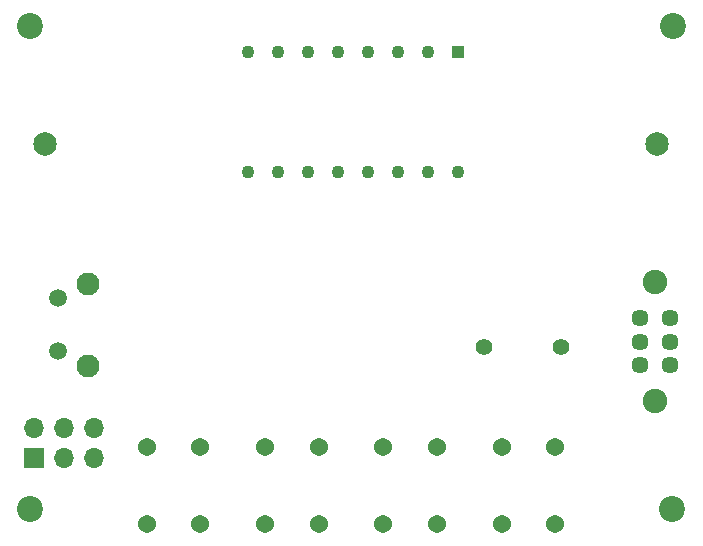
<source format=gbs>
G04 #@! TF.GenerationSoftware,KiCad,Pcbnew,8.0.0*
G04 #@! TF.CreationDate,2024-09-20T11:38:47+02:00*
G04 #@! TF.ProjectId,counter-timer,636f756e-7465-4722-9d74-696d65722e6b,rev?*
G04 #@! TF.SameCoordinates,Original*
G04 #@! TF.FileFunction,Soldermask,Bot*
G04 #@! TF.FilePolarity,Negative*
%FSLAX46Y46*%
G04 Gerber Fmt 4.6, Leading zero omitted, Abs format (unit mm)*
G04 Created by KiCad (PCBNEW 8.0.0) date 2024-09-20 11:38:47*
%MOMM*%
%LPD*%
G01*
G04 APERTURE LIST*
%ADD10C,2.200000*%
%ADD11C,1.447000*%
%ADD12C,2.070000*%
%ADD13C,1.500000*%
%ADD14C,1.950000*%
%ADD15C,1.540000*%
%ADD16C,1.400000*%
%ADD17R,1.100000X1.100000*%
%ADD18C,1.100000*%
%ADD19R,1.700000X1.700000*%
%ADD20O,1.700000X1.700000*%
%ADD21C,1.995000*%
G04 APERTURE END LIST*
D10*
X100800000Y-26300000D03*
X46300000Y-26300000D03*
X100700000Y-67200000D03*
X46300000Y-67200000D03*
D11*
X98000000Y-55000000D03*
X98000000Y-53000000D03*
X98000000Y-51000000D03*
X100500000Y-55000000D03*
X100500000Y-53000000D03*
X100500000Y-51000000D03*
D12*
X99250000Y-58000000D03*
X99250000Y-48000000D03*
D13*
X48662500Y-49337500D03*
X48662500Y-53837500D03*
D14*
X51212500Y-48087500D03*
X51212500Y-55087500D03*
D15*
X90750000Y-61940000D03*
X90750000Y-68440000D03*
X86250000Y-61940000D03*
X86250000Y-68440000D03*
X80750000Y-61940000D03*
X80750000Y-68440000D03*
X76250000Y-61940000D03*
X76250000Y-68440000D03*
X70750000Y-61940000D03*
X70750000Y-68440000D03*
X66250000Y-61940000D03*
X66250000Y-68440000D03*
X60750000Y-61940000D03*
X60750000Y-68440000D03*
X56250000Y-61940000D03*
X56250000Y-68440000D03*
D16*
X84775000Y-53500000D03*
X91275000Y-53500000D03*
D17*
X82580000Y-28500000D03*
D18*
X80040000Y-28500000D03*
X77500000Y-28500000D03*
X74960000Y-28500000D03*
X72420000Y-28500000D03*
X69880000Y-28500000D03*
X67340000Y-28500000D03*
X64800000Y-28500000D03*
X64800000Y-38660000D03*
X67340000Y-38660000D03*
X69880000Y-38660000D03*
X72420000Y-38660000D03*
X74960000Y-38660000D03*
X77500000Y-38660000D03*
X80040000Y-38660000D03*
X82580000Y-38660000D03*
D19*
X46700000Y-62840000D03*
D20*
X46700000Y-60300000D03*
X49240000Y-62840000D03*
X49240000Y-60300000D03*
X51780000Y-62840000D03*
X51780000Y-60300000D03*
D21*
X99400000Y-36250000D03*
X47600000Y-36250000D03*
M02*

</source>
